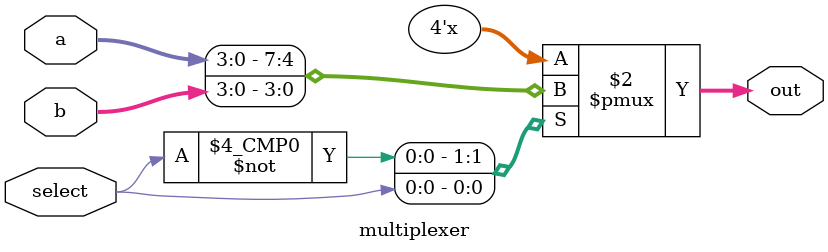
<source format=v>
`timescale 1ns / 1ps

module multiplexer #(parameter DATA_WIDTH = 4)
    (
    input wire [DATA_WIDTH - 1:0] a, b, 
    input wire select,
    output reg [DATA_WIDTH - 1:0] out
    );
    
    always @(*) begin
        case (select)
            0: out = a;
            1: out = b;
        endcase
    end        
endmodule

</source>
